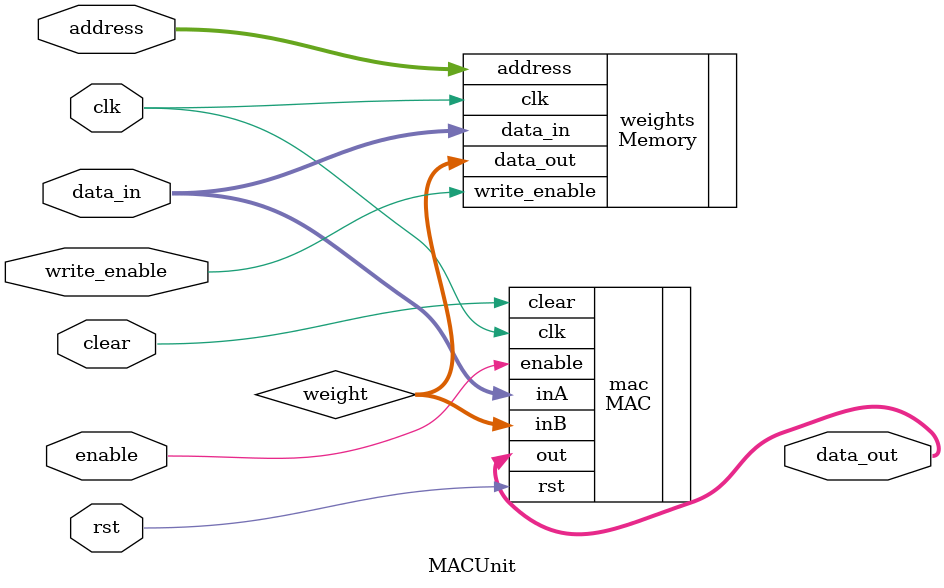
<source format=sv>
`timescale 1 ns / 1 ps

module MACUnit #(
    parameter integer DATA_WIDTH = 32,
    parameter integer BRAM_DEPTH = 256,
    parameter integer W_ADDR_BITS = $clog2(BRAM_DEPTH)
) (
    input clk,
    input rst,
    input clear,
    input enable,
    input write_enable,
    input [W_ADDR_BITS-1:0] address,
    input [DATA_WIDTH-1:0] data_in,
    output [DATA_WIDTH-1:0] data_out
);
    wire [DATA_WIDTH-1:0] weight;

    // Weight memory bank in BRAM
    Memory #(
        .WIDTH(DATA_WIDTH),
        .DEPTH(BRAM_DEPTH),
        .ADDRESS_WIDTH(W_ADDR_BITS)
    ) weights (
        .clk(clk),
        .write_enable(write_enable),
        .address(address),
        .data_in(data_in),
        .data_out(weight)
    );

    // MAC unit
    MAC #(
        .DATA_WIDTH(DATA_WIDTH)
    ) mac (
        .clk(clk),
        .rst(rst),
        .enable(enable),
        .clear(clear),
        .inA(data_in),
        .inB(weight),
        .out(data_out)
    );
endmodule


</source>
